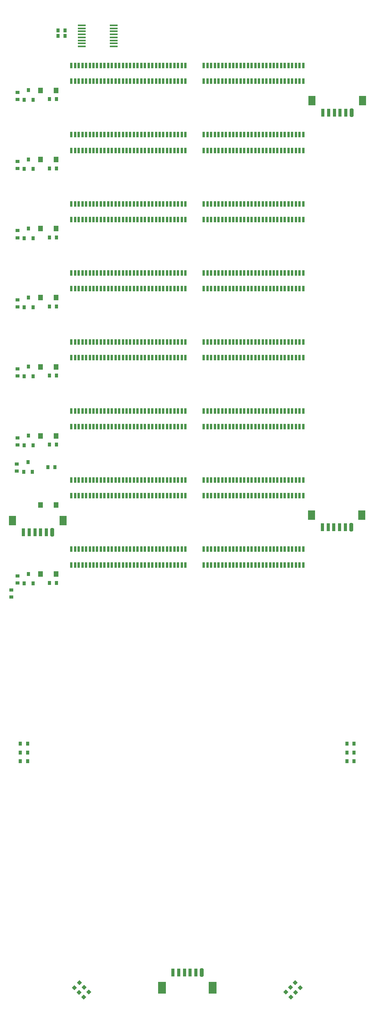
<source format=gtp>
G04*
G04 #@! TF.GenerationSoftware,Altium Limited,Altium Designer,20.1.14 (287)*
G04*
G04 Layer_Color=8421504*
%FSLAX25Y25*%
%MOIN*%
G70*
G04*
G04 #@! TF.SameCoordinates,0DD39981-5369-47EA-9149-94963EAFD3A8*
G04*
G04*
G04 #@! TF.FilePolarity,Positive*
G04*
G01*
G75*
G04:AMPARAMS|DCode=21|XSize=29.78mil|YSize=32mil|CornerRadius=0mil|HoleSize=0mil|Usage=FLASHONLY|Rotation=135.000|XOffset=0mil|YOffset=0mil|HoleType=Round|Shape=Rectangle|*
%AMROTATEDRECTD21*
4,1,4,0.02184,0.00079,-0.00079,-0.02184,-0.02184,-0.00079,0.00079,0.02184,0.02184,0.00079,0.0*
%
%ADD21ROTATEDRECTD21*%

G04:AMPARAMS|DCode=22|XSize=29.78mil|YSize=32mil|CornerRadius=0mil|HoleSize=0mil|Usage=FLASHONLY|Rotation=45.000|XOffset=0mil|YOffset=0mil|HoleType=Round|Shape=Rectangle|*
%AMROTATEDRECTD22*
4,1,4,0.00079,-0.02184,-0.02184,0.00079,-0.00079,0.02184,0.02184,-0.00079,0.00079,-0.02184,0.0*
%
%ADD22ROTATEDRECTD22*%

%ADD23R,0.02978X0.03200*%
%ADD24R,0.03150X0.07087*%
G04:AMPARAMS|DCode=25|XSize=31.5mil|YSize=70.87mil|CornerRadius=7.87mil|HoleSize=0mil|Usage=FLASHONLY|Rotation=180.000|XOffset=0mil|YOffset=0mil|HoleType=Round|Shape=RoundedRectangle|*
%AMROUNDEDRECTD25*
21,1,0.03150,0.05512,0,0,180.0*
21,1,0.01575,0.07087,0,0,180.0*
1,1,0.01575,-0.00787,0.02756*
1,1,0.01575,0.00787,0.02756*
1,1,0.01575,0.00787,-0.02756*
1,1,0.01575,-0.00787,-0.02756*
%
%ADD25ROUNDEDRECTD25*%
%ADD26R,0.07087X0.10236*%
%ADD27R,0.01968X0.04724*%
%ADD28R,0.03200X0.02978*%
%ADD29R,0.06500X0.01700*%
%ADD30R,0.06299X0.07874*%
%ADD31R,0.03937X0.04724*%
%ADD32R,0.03150X0.03543*%
D21*
X88402Y-289190D02*
D03*
X92700Y-293488D02*
D03*
X92339Y-285253D02*
D03*
X96637Y-289550D02*
D03*
X88763Y-297425D02*
D03*
X84465Y-293127D02*
D03*
D22*
X-88402Y-289190D02*
D03*
X-92700Y-293488D02*
D03*
X-92339Y-285253D02*
D03*
X-96637Y-289550D02*
D03*
X-88763Y-297425D02*
D03*
X-84465Y-293127D02*
D03*
D23*
X-136725Y-80709D02*
D03*
X-142803D02*
D03*
X136725D02*
D03*
X142803D02*
D03*
Y-88583D02*
D03*
X136725D02*
D03*
X142803Y-95866D02*
D03*
X136725D02*
D03*
X-142803Y-88583D02*
D03*
X-136725D02*
D03*
X-142803Y-95866D02*
D03*
X-136725D02*
D03*
X-117999Y56693D02*
D03*
X-111921D02*
D03*
X-113299Y155413D02*
D03*
X-119377D02*
D03*
X-117999Y174803D02*
D03*
X-111921D02*
D03*
Y233858D02*
D03*
X-117999D02*
D03*
X-117999Y292913D02*
D03*
X-111921D02*
D03*
X-111922Y351966D02*
D03*
X-118000D02*
D03*
Y411021D02*
D03*
X-111922D02*
D03*
Y470076D02*
D03*
X-118000D02*
D03*
X-104539Y524311D02*
D03*
X-110617D02*
D03*
X-110617Y528839D02*
D03*
X-104539D02*
D03*
D24*
X-12303Y-276358D02*
D03*
X2461D02*
D03*
X-2461D02*
D03*
X7382D02*
D03*
X-7382D02*
D03*
X-140255Y99803D02*
D03*
X-130413D02*
D03*
X-125492D02*
D03*
X-135334D02*
D03*
X-120571D02*
D03*
X135729Y458661D02*
D03*
X120965D02*
D03*
X130807D02*
D03*
X125886D02*
D03*
X116044D02*
D03*
X115650Y104331D02*
D03*
X125493D02*
D03*
X130414D02*
D03*
X120571D02*
D03*
X135335D02*
D03*
D25*
X12303Y-276358D02*
D03*
X-115649Y99803D02*
D03*
X140650Y458661D02*
D03*
X140256Y104331D02*
D03*
D26*
X21555Y-289350D02*
D03*
X-21555D02*
D03*
D27*
X99213Y85433D02*
D03*
Y72047D02*
D03*
X96064Y85433D02*
D03*
Y72047D02*
D03*
X92914Y85433D02*
D03*
Y72047D02*
D03*
X89765Y85433D02*
D03*
Y72047D02*
D03*
X86615Y85433D02*
D03*
Y72047D02*
D03*
X83465Y85433D02*
D03*
Y72047D02*
D03*
X80316Y85433D02*
D03*
Y72047D02*
D03*
X77166Y85433D02*
D03*
Y72047D02*
D03*
X74016Y85433D02*
D03*
Y72047D02*
D03*
X70867Y85433D02*
D03*
Y72047D02*
D03*
X67717Y85433D02*
D03*
Y72047D02*
D03*
X64568Y85433D02*
D03*
Y72047D02*
D03*
X61418Y85433D02*
D03*
Y72047D02*
D03*
X58268Y85433D02*
D03*
Y72047D02*
D03*
X55119Y85433D02*
D03*
Y72047D02*
D03*
X51969Y85433D02*
D03*
Y72047D02*
D03*
X48820Y85433D02*
D03*
Y72047D02*
D03*
X45670Y85433D02*
D03*
Y72047D02*
D03*
X42520Y85433D02*
D03*
Y72047D02*
D03*
X39371Y85433D02*
D03*
Y72047D02*
D03*
X36221Y85433D02*
D03*
Y72047D02*
D03*
X33072Y85433D02*
D03*
Y72047D02*
D03*
X29922Y85433D02*
D03*
Y72047D02*
D03*
X26772Y85433D02*
D03*
Y72047D02*
D03*
X23623Y85433D02*
D03*
Y72047D02*
D03*
X20473Y85433D02*
D03*
Y72047D02*
D03*
X17324Y85433D02*
D03*
Y72047D02*
D03*
X14174Y85433D02*
D03*
Y72047D02*
D03*
X-1574Y85433D02*
D03*
Y72047D02*
D03*
X-4724Y85433D02*
D03*
Y72047D02*
D03*
X-7873Y85433D02*
D03*
Y72047D02*
D03*
X-11023Y85433D02*
D03*
Y72047D02*
D03*
X-14173Y85433D02*
D03*
Y72047D02*
D03*
X-17322Y85433D02*
D03*
Y72047D02*
D03*
X-20472Y85433D02*
D03*
Y72047D02*
D03*
X-23621Y85433D02*
D03*
Y72047D02*
D03*
X-26771Y85433D02*
D03*
Y72047D02*
D03*
X-29921Y85433D02*
D03*
Y72047D02*
D03*
X-33070Y85433D02*
D03*
Y72047D02*
D03*
X-36220Y85433D02*
D03*
Y72047D02*
D03*
X-39369Y85433D02*
D03*
Y72047D02*
D03*
X-42519Y85433D02*
D03*
Y72047D02*
D03*
X-45669Y85433D02*
D03*
Y72047D02*
D03*
X-48818Y85433D02*
D03*
Y72047D02*
D03*
X-51968Y85433D02*
D03*
Y72047D02*
D03*
X-55117Y85433D02*
D03*
Y72047D02*
D03*
X-58267Y85433D02*
D03*
Y72047D02*
D03*
X-61417Y85433D02*
D03*
Y72047D02*
D03*
X-64566Y85433D02*
D03*
Y72047D02*
D03*
X-67716Y85433D02*
D03*
Y72047D02*
D03*
X-70865Y85433D02*
D03*
Y72047D02*
D03*
X-74015Y85433D02*
D03*
Y72047D02*
D03*
X-77165Y85433D02*
D03*
Y72047D02*
D03*
X-80314Y85433D02*
D03*
Y72047D02*
D03*
X-83464Y85433D02*
D03*
Y72047D02*
D03*
X-86613Y85433D02*
D03*
Y72047D02*
D03*
X-89763Y85433D02*
D03*
Y72047D02*
D03*
X-92913Y85433D02*
D03*
Y72047D02*
D03*
X-96062Y85433D02*
D03*
Y72047D02*
D03*
X-99212Y85433D02*
D03*
Y72047D02*
D03*
X-99211Y249213D02*
D03*
Y262598D02*
D03*
X-96062Y249213D02*
D03*
Y262598D02*
D03*
X-92912Y249213D02*
D03*
Y262598D02*
D03*
X-89763Y249213D02*
D03*
Y262598D02*
D03*
X-86613Y249213D02*
D03*
Y262598D02*
D03*
X-83463Y249213D02*
D03*
Y262598D02*
D03*
X-80314Y249213D02*
D03*
Y262598D02*
D03*
X-77164Y249213D02*
D03*
Y262598D02*
D03*
X-74015Y249213D02*
D03*
Y262598D02*
D03*
X-70865Y249213D02*
D03*
Y262598D02*
D03*
X-67715Y249213D02*
D03*
Y262598D02*
D03*
X-64566Y249213D02*
D03*
Y262598D02*
D03*
X-61416Y249213D02*
D03*
Y262598D02*
D03*
X-58267Y249213D02*
D03*
Y262598D02*
D03*
X-55117Y249213D02*
D03*
Y262598D02*
D03*
X-51967Y249213D02*
D03*
Y262598D02*
D03*
X-48818Y249213D02*
D03*
Y262598D02*
D03*
X-45668Y249213D02*
D03*
Y262598D02*
D03*
X-42518Y249213D02*
D03*
Y262598D02*
D03*
X-39369Y249213D02*
D03*
Y262598D02*
D03*
X-36219Y249213D02*
D03*
Y262598D02*
D03*
X-33070Y249213D02*
D03*
Y262598D02*
D03*
X-29920Y249213D02*
D03*
Y262598D02*
D03*
X-26770Y249213D02*
D03*
Y262598D02*
D03*
X-23621Y249213D02*
D03*
Y262598D02*
D03*
X-20471Y249213D02*
D03*
Y262598D02*
D03*
X-17322Y249213D02*
D03*
Y262598D02*
D03*
X-14172Y249213D02*
D03*
Y262598D02*
D03*
X-11022Y249213D02*
D03*
Y262598D02*
D03*
X-7873Y249213D02*
D03*
Y262598D02*
D03*
X-4723Y249213D02*
D03*
Y262598D02*
D03*
X-1574Y249213D02*
D03*
Y262598D02*
D03*
X14174Y249213D02*
D03*
Y262598D02*
D03*
X17324Y249213D02*
D03*
Y262598D02*
D03*
X20474Y249213D02*
D03*
Y262598D02*
D03*
X23623Y249213D02*
D03*
Y262598D02*
D03*
X26773Y249213D02*
D03*
Y262598D02*
D03*
X29922Y249213D02*
D03*
Y262598D02*
D03*
X33072Y249213D02*
D03*
Y262598D02*
D03*
X36222Y249213D02*
D03*
Y262598D02*
D03*
X39371Y249213D02*
D03*
Y262598D02*
D03*
X42521Y249213D02*
D03*
Y262598D02*
D03*
X45671Y249213D02*
D03*
Y262598D02*
D03*
X48820Y249213D02*
D03*
Y262598D02*
D03*
X51970Y249213D02*
D03*
Y262598D02*
D03*
X55119Y249213D02*
D03*
Y262598D02*
D03*
X58269Y249213D02*
D03*
Y262598D02*
D03*
X61418Y249213D02*
D03*
Y262598D02*
D03*
X64568Y249213D02*
D03*
Y262598D02*
D03*
X67718Y249213D02*
D03*
Y262598D02*
D03*
X70867Y249213D02*
D03*
Y262598D02*
D03*
X74017Y249213D02*
D03*
Y262598D02*
D03*
X77166Y249213D02*
D03*
Y262598D02*
D03*
X80316Y249213D02*
D03*
Y262598D02*
D03*
X83466Y249213D02*
D03*
Y262598D02*
D03*
X86615Y249213D02*
D03*
Y262598D02*
D03*
X89765Y249213D02*
D03*
Y262598D02*
D03*
X92914Y249213D02*
D03*
Y262598D02*
D03*
X96064Y249213D02*
D03*
Y262598D02*
D03*
X99214Y249213D02*
D03*
Y262598D02*
D03*
X99213Y321654D02*
D03*
Y308268D02*
D03*
X96064Y321654D02*
D03*
Y308268D02*
D03*
X92914Y321654D02*
D03*
Y308268D02*
D03*
X89765Y321654D02*
D03*
Y308268D02*
D03*
X86615Y321654D02*
D03*
Y308268D02*
D03*
X83465Y321654D02*
D03*
Y308268D02*
D03*
X80316Y321654D02*
D03*
Y308268D02*
D03*
X77166Y321654D02*
D03*
Y308268D02*
D03*
X74016Y321654D02*
D03*
Y308268D02*
D03*
X70867Y321654D02*
D03*
Y308268D02*
D03*
X67717Y321654D02*
D03*
Y308268D02*
D03*
X64568Y321654D02*
D03*
Y308268D02*
D03*
X61418Y321654D02*
D03*
Y308268D02*
D03*
X58268Y321654D02*
D03*
Y308268D02*
D03*
X55119Y321654D02*
D03*
Y308268D02*
D03*
X51969Y321654D02*
D03*
Y308268D02*
D03*
X48820Y321654D02*
D03*
Y308268D02*
D03*
X45670Y321654D02*
D03*
Y308268D02*
D03*
X42520Y321654D02*
D03*
Y308268D02*
D03*
X39371Y321654D02*
D03*
Y308268D02*
D03*
X36221Y321654D02*
D03*
Y308268D02*
D03*
X33072Y321654D02*
D03*
Y308268D02*
D03*
X29922Y321654D02*
D03*
Y308268D02*
D03*
X26772Y321654D02*
D03*
Y308268D02*
D03*
X23623Y321654D02*
D03*
Y308268D02*
D03*
X20473Y321654D02*
D03*
Y308268D02*
D03*
X17324Y321654D02*
D03*
Y308268D02*
D03*
X14174Y321654D02*
D03*
Y308268D02*
D03*
X-1574Y321654D02*
D03*
Y308268D02*
D03*
X-4724Y321654D02*
D03*
Y308268D02*
D03*
X-7873Y321654D02*
D03*
Y308268D02*
D03*
X-11023Y321654D02*
D03*
Y308268D02*
D03*
X-14173Y321654D02*
D03*
Y308268D02*
D03*
X-17322Y321654D02*
D03*
Y308268D02*
D03*
X-20472Y321654D02*
D03*
Y308268D02*
D03*
X-23621Y321654D02*
D03*
Y308268D02*
D03*
X-26771Y321654D02*
D03*
Y308268D02*
D03*
X-29921Y321654D02*
D03*
Y308268D02*
D03*
X-33070Y321654D02*
D03*
Y308268D02*
D03*
X-36220Y321654D02*
D03*
Y308268D02*
D03*
X-39369Y321654D02*
D03*
Y308268D02*
D03*
X-42519Y321654D02*
D03*
Y308268D02*
D03*
X-45669Y321654D02*
D03*
Y308268D02*
D03*
X-48818Y321654D02*
D03*
Y308268D02*
D03*
X-51968Y321654D02*
D03*
Y308268D02*
D03*
X-55117Y321654D02*
D03*
Y308268D02*
D03*
X-58267Y321654D02*
D03*
Y308268D02*
D03*
X-61417Y321654D02*
D03*
Y308268D02*
D03*
X-64566Y321654D02*
D03*
Y308268D02*
D03*
X-67716Y321654D02*
D03*
Y308268D02*
D03*
X-70865Y321654D02*
D03*
Y308268D02*
D03*
X-74015Y321654D02*
D03*
Y308268D02*
D03*
X-77165Y321654D02*
D03*
Y308268D02*
D03*
X-80314Y321654D02*
D03*
Y308268D02*
D03*
X-83464Y321654D02*
D03*
Y308268D02*
D03*
X-86613Y321654D02*
D03*
Y308268D02*
D03*
X-89763Y321654D02*
D03*
Y308268D02*
D03*
X-92913Y321654D02*
D03*
Y308268D02*
D03*
X-96062Y321654D02*
D03*
Y308268D02*
D03*
X-99212Y321654D02*
D03*
Y308268D02*
D03*
X-99213Y367320D02*
D03*
Y380706D02*
D03*
X-96063Y367320D02*
D03*
Y380706D02*
D03*
X-92913Y367320D02*
D03*
Y380706D02*
D03*
X-89764Y367320D02*
D03*
Y380706D02*
D03*
X-86614Y367320D02*
D03*
Y380706D02*
D03*
X-83465Y367320D02*
D03*
Y380706D02*
D03*
X-80315Y367320D02*
D03*
Y380706D02*
D03*
X-77165Y367320D02*
D03*
Y380706D02*
D03*
X-74016Y367320D02*
D03*
Y380706D02*
D03*
X-70866Y367320D02*
D03*
Y380706D02*
D03*
X-67717Y367320D02*
D03*
Y380706D02*
D03*
X-64567Y367320D02*
D03*
Y380706D02*
D03*
X-61417Y367320D02*
D03*
Y380706D02*
D03*
X-58268Y367320D02*
D03*
Y380706D02*
D03*
X-55118Y367320D02*
D03*
Y380706D02*
D03*
X-51969Y367320D02*
D03*
Y380706D02*
D03*
X-48819Y367320D02*
D03*
Y380706D02*
D03*
X-45669Y367320D02*
D03*
Y380706D02*
D03*
X-42520Y367320D02*
D03*
Y380706D02*
D03*
X-39370Y367320D02*
D03*
Y380706D02*
D03*
X-36220Y367320D02*
D03*
Y380706D02*
D03*
X-33071Y367320D02*
D03*
Y380706D02*
D03*
X-29921Y367320D02*
D03*
Y380706D02*
D03*
X-26772Y367320D02*
D03*
Y380706D02*
D03*
X-23622Y367320D02*
D03*
Y380706D02*
D03*
X-20472Y367320D02*
D03*
Y380706D02*
D03*
X-17323Y367320D02*
D03*
Y380706D02*
D03*
X-14173Y367320D02*
D03*
Y380706D02*
D03*
X-11024Y367320D02*
D03*
Y380706D02*
D03*
X-7874Y367320D02*
D03*
Y380706D02*
D03*
X-4724Y367320D02*
D03*
Y380706D02*
D03*
X-1575Y367320D02*
D03*
Y380706D02*
D03*
X14173Y367320D02*
D03*
Y380706D02*
D03*
X17323Y367320D02*
D03*
Y380706D02*
D03*
X20472Y367320D02*
D03*
Y380706D02*
D03*
X23622Y367320D02*
D03*
Y380706D02*
D03*
X26772Y367320D02*
D03*
Y380706D02*
D03*
X29921Y367320D02*
D03*
Y380706D02*
D03*
X33071Y367320D02*
D03*
Y380706D02*
D03*
X36220Y367320D02*
D03*
Y380706D02*
D03*
X39370Y367320D02*
D03*
Y380706D02*
D03*
X42520Y367320D02*
D03*
Y380706D02*
D03*
X45669Y367320D02*
D03*
Y380706D02*
D03*
X48819Y367320D02*
D03*
Y380706D02*
D03*
X51968Y367320D02*
D03*
Y380706D02*
D03*
X55118Y367320D02*
D03*
Y380706D02*
D03*
X58268Y367320D02*
D03*
Y380706D02*
D03*
X61417Y367320D02*
D03*
Y380706D02*
D03*
X64567Y367320D02*
D03*
Y380706D02*
D03*
X67716Y367320D02*
D03*
Y380706D02*
D03*
X70866Y367320D02*
D03*
Y380706D02*
D03*
X74016Y367320D02*
D03*
Y380706D02*
D03*
X77165Y367320D02*
D03*
Y380706D02*
D03*
X80315Y367320D02*
D03*
Y380706D02*
D03*
X83464Y367320D02*
D03*
Y380706D02*
D03*
X86614Y367320D02*
D03*
Y380706D02*
D03*
X89764Y367320D02*
D03*
Y380706D02*
D03*
X92913Y367320D02*
D03*
Y380706D02*
D03*
X96063Y367320D02*
D03*
Y380706D02*
D03*
X99212Y367320D02*
D03*
Y380706D02*
D03*
Y439761D02*
D03*
Y426375D02*
D03*
X96063Y439761D02*
D03*
Y426375D02*
D03*
X92913Y439761D02*
D03*
Y426375D02*
D03*
X89764Y439761D02*
D03*
Y426375D02*
D03*
X86614Y439761D02*
D03*
Y426375D02*
D03*
X83464Y439761D02*
D03*
Y426375D02*
D03*
X80315Y439761D02*
D03*
Y426375D02*
D03*
X77165Y439761D02*
D03*
Y426375D02*
D03*
X74016Y439761D02*
D03*
Y426375D02*
D03*
X70866Y439761D02*
D03*
Y426375D02*
D03*
X67716Y439761D02*
D03*
Y426375D02*
D03*
X64567Y439761D02*
D03*
Y426375D02*
D03*
X61417Y439761D02*
D03*
Y426375D02*
D03*
X58268Y439761D02*
D03*
Y426375D02*
D03*
X55118Y439761D02*
D03*
Y426375D02*
D03*
X51968Y439761D02*
D03*
Y426375D02*
D03*
X48819Y439761D02*
D03*
Y426375D02*
D03*
X45669Y439761D02*
D03*
Y426375D02*
D03*
X42520Y439761D02*
D03*
Y426375D02*
D03*
X39370Y439761D02*
D03*
Y426375D02*
D03*
X36220Y439761D02*
D03*
Y426375D02*
D03*
X33071Y439761D02*
D03*
Y426375D02*
D03*
X29921Y439761D02*
D03*
Y426375D02*
D03*
X26772Y439761D02*
D03*
Y426375D02*
D03*
X23622Y439761D02*
D03*
Y426375D02*
D03*
X20472Y439761D02*
D03*
Y426375D02*
D03*
X17323Y439761D02*
D03*
Y426375D02*
D03*
X14173Y439761D02*
D03*
Y426375D02*
D03*
X-1575Y439761D02*
D03*
Y426375D02*
D03*
X-4724Y439761D02*
D03*
Y426375D02*
D03*
X-7874Y439761D02*
D03*
Y426375D02*
D03*
X-11024Y439761D02*
D03*
Y426375D02*
D03*
X-14173Y439761D02*
D03*
Y426375D02*
D03*
X-17323Y439761D02*
D03*
Y426375D02*
D03*
X-20472Y439761D02*
D03*
Y426375D02*
D03*
X-23622Y439761D02*
D03*
Y426375D02*
D03*
X-26772Y439761D02*
D03*
Y426375D02*
D03*
X-29921Y439761D02*
D03*
Y426375D02*
D03*
X-33071Y439761D02*
D03*
Y426375D02*
D03*
X-36220Y439761D02*
D03*
Y426375D02*
D03*
X-39370Y439761D02*
D03*
Y426375D02*
D03*
X-42520Y439761D02*
D03*
Y426375D02*
D03*
X-45669Y439761D02*
D03*
Y426375D02*
D03*
X-48819Y439761D02*
D03*
Y426375D02*
D03*
X-51969Y439761D02*
D03*
Y426375D02*
D03*
X-55118Y439761D02*
D03*
Y426375D02*
D03*
X-58268Y439761D02*
D03*
Y426375D02*
D03*
X-61417Y439761D02*
D03*
Y426375D02*
D03*
X-64567Y439761D02*
D03*
Y426375D02*
D03*
X-67717Y439761D02*
D03*
Y426375D02*
D03*
X-70866Y439761D02*
D03*
Y426375D02*
D03*
X-74016Y439761D02*
D03*
Y426375D02*
D03*
X-77165Y439761D02*
D03*
Y426375D02*
D03*
X-80315Y439761D02*
D03*
Y426375D02*
D03*
X-83465Y439761D02*
D03*
Y426375D02*
D03*
X-86614Y439761D02*
D03*
Y426375D02*
D03*
X-89764Y439761D02*
D03*
Y426375D02*
D03*
X-92913Y439761D02*
D03*
Y426375D02*
D03*
X-96063Y439761D02*
D03*
Y426375D02*
D03*
X-99213Y439761D02*
D03*
Y426375D02*
D03*
Y485431D02*
D03*
Y498816D02*
D03*
X-96063Y485431D02*
D03*
Y498816D02*
D03*
X-92913Y485431D02*
D03*
Y498816D02*
D03*
X-89764Y485431D02*
D03*
Y498816D02*
D03*
X-86614Y485431D02*
D03*
Y498816D02*
D03*
X-83465Y485431D02*
D03*
Y498816D02*
D03*
X-80315Y485431D02*
D03*
Y498816D02*
D03*
X-77165Y485431D02*
D03*
Y498816D02*
D03*
X-74016Y485431D02*
D03*
Y498816D02*
D03*
X-70866Y485431D02*
D03*
Y498816D02*
D03*
X-67717Y485431D02*
D03*
Y498816D02*
D03*
X-64567Y485431D02*
D03*
Y498816D02*
D03*
X-61417Y485431D02*
D03*
Y498816D02*
D03*
X-58268Y485431D02*
D03*
Y498816D02*
D03*
X-55118Y485431D02*
D03*
Y498816D02*
D03*
X-51969Y485431D02*
D03*
Y498816D02*
D03*
X-48819Y485431D02*
D03*
Y498816D02*
D03*
X-45669Y485431D02*
D03*
Y498816D02*
D03*
X-42520Y485431D02*
D03*
Y498816D02*
D03*
X-39370Y485431D02*
D03*
Y498816D02*
D03*
X-36220Y485431D02*
D03*
Y498816D02*
D03*
X-33071Y485431D02*
D03*
Y498816D02*
D03*
X-29921Y485431D02*
D03*
Y498816D02*
D03*
X-26772Y485431D02*
D03*
Y498816D02*
D03*
X-23622Y485431D02*
D03*
Y498816D02*
D03*
X-20472Y485431D02*
D03*
Y498816D02*
D03*
X-17323Y485431D02*
D03*
Y498816D02*
D03*
X-14173Y485431D02*
D03*
Y498816D02*
D03*
X-11024Y485431D02*
D03*
Y498816D02*
D03*
X-7874Y485431D02*
D03*
Y498816D02*
D03*
X-4724Y485431D02*
D03*
Y498816D02*
D03*
X-1575Y485431D02*
D03*
Y498816D02*
D03*
X14173Y485431D02*
D03*
Y498816D02*
D03*
X17323Y485431D02*
D03*
Y498816D02*
D03*
X20472Y485431D02*
D03*
Y498816D02*
D03*
X23622Y485431D02*
D03*
Y498816D02*
D03*
X26772Y485431D02*
D03*
Y498816D02*
D03*
X29921Y485431D02*
D03*
Y498816D02*
D03*
X33071Y485431D02*
D03*
Y498816D02*
D03*
X36220Y485431D02*
D03*
Y498816D02*
D03*
X39370Y485431D02*
D03*
Y498816D02*
D03*
X42520Y485431D02*
D03*
Y498816D02*
D03*
X45669Y485431D02*
D03*
Y498816D02*
D03*
X48819Y485431D02*
D03*
Y498816D02*
D03*
X51968Y485431D02*
D03*
Y498816D02*
D03*
X55118Y485431D02*
D03*
Y498816D02*
D03*
X58268Y485431D02*
D03*
Y498816D02*
D03*
X61417Y485431D02*
D03*
Y498816D02*
D03*
X64567Y485431D02*
D03*
Y498816D02*
D03*
X67716Y485431D02*
D03*
Y498816D02*
D03*
X70866Y485431D02*
D03*
Y498816D02*
D03*
X74016Y485431D02*
D03*
Y498816D02*
D03*
X77165Y485431D02*
D03*
Y498816D02*
D03*
X80315Y485431D02*
D03*
Y498816D02*
D03*
X83464Y485431D02*
D03*
Y498816D02*
D03*
X86614Y485431D02*
D03*
Y498816D02*
D03*
X89764Y485431D02*
D03*
Y498816D02*
D03*
X92913Y485431D02*
D03*
Y498816D02*
D03*
X96063Y485431D02*
D03*
Y498816D02*
D03*
X99212Y485431D02*
D03*
Y498816D02*
D03*
X99212Y203542D02*
D03*
Y190156D02*
D03*
X96062Y203542D02*
D03*
Y190156D02*
D03*
X92913Y203542D02*
D03*
Y190156D02*
D03*
X89763Y203542D02*
D03*
Y190156D02*
D03*
X86614Y203542D02*
D03*
Y190156D02*
D03*
X83464Y203542D02*
D03*
Y190156D02*
D03*
X80314Y203542D02*
D03*
Y190156D02*
D03*
X77165Y203542D02*
D03*
Y190156D02*
D03*
X74015Y203542D02*
D03*
Y190156D02*
D03*
X70866Y203542D02*
D03*
Y190156D02*
D03*
X67716Y203542D02*
D03*
Y190156D02*
D03*
X64566Y203542D02*
D03*
Y190156D02*
D03*
X61417Y203542D02*
D03*
Y190156D02*
D03*
X58267Y203542D02*
D03*
Y190156D02*
D03*
X55118Y203542D02*
D03*
Y190156D02*
D03*
X51968Y203542D02*
D03*
Y190156D02*
D03*
X48818Y203542D02*
D03*
Y190156D02*
D03*
X45669Y203542D02*
D03*
Y190156D02*
D03*
X42519Y203542D02*
D03*
Y190156D02*
D03*
X39370Y203542D02*
D03*
Y190156D02*
D03*
X36220Y203542D02*
D03*
Y190156D02*
D03*
X33070Y203542D02*
D03*
Y190156D02*
D03*
X29921Y203542D02*
D03*
Y190156D02*
D03*
X26771Y203542D02*
D03*
Y190156D02*
D03*
X23621Y203542D02*
D03*
Y190156D02*
D03*
X20472Y203542D02*
D03*
Y190156D02*
D03*
X17322Y203542D02*
D03*
Y190156D02*
D03*
X14173Y203542D02*
D03*
Y190156D02*
D03*
X-1575Y203542D02*
D03*
Y190156D02*
D03*
X-4725Y203542D02*
D03*
Y190156D02*
D03*
X-7875Y203542D02*
D03*
Y190156D02*
D03*
X-11024Y203542D02*
D03*
Y190156D02*
D03*
X-14174Y203542D02*
D03*
Y190156D02*
D03*
X-17323Y203542D02*
D03*
Y190156D02*
D03*
X-20473Y203542D02*
D03*
Y190156D02*
D03*
X-23623Y203542D02*
D03*
Y190156D02*
D03*
X-26772Y203542D02*
D03*
Y190156D02*
D03*
X-29922Y203542D02*
D03*
Y190156D02*
D03*
X-33071Y203542D02*
D03*
Y190156D02*
D03*
X-36221Y203542D02*
D03*
Y190156D02*
D03*
X-39371Y203542D02*
D03*
Y190156D02*
D03*
X-42520Y203542D02*
D03*
Y190156D02*
D03*
X-45670Y203542D02*
D03*
Y190156D02*
D03*
X-48819Y203542D02*
D03*
Y190156D02*
D03*
X-51969Y203542D02*
D03*
Y190156D02*
D03*
X-55119Y203542D02*
D03*
Y190156D02*
D03*
X-58268Y203542D02*
D03*
Y190156D02*
D03*
X-61418Y203542D02*
D03*
Y190156D02*
D03*
X-64567Y203542D02*
D03*
Y190156D02*
D03*
X-67717Y203542D02*
D03*
Y190156D02*
D03*
X-70867Y203542D02*
D03*
Y190156D02*
D03*
X-74016Y203542D02*
D03*
Y190156D02*
D03*
X-77166Y203542D02*
D03*
Y190156D02*
D03*
X-80316Y203542D02*
D03*
Y190156D02*
D03*
X-83465Y203542D02*
D03*
Y190156D02*
D03*
X-86615Y203542D02*
D03*
Y190156D02*
D03*
X-89764Y203542D02*
D03*
Y190156D02*
D03*
X-92914Y203542D02*
D03*
Y190156D02*
D03*
X-96064Y203542D02*
D03*
Y190156D02*
D03*
X-99213Y203542D02*
D03*
Y190156D02*
D03*
X-99211Y131102D02*
D03*
Y144488D02*
D03*
X-96062Y131102D02*
D03*
Y144488D02*
D03*
X-92912Y131102D02*
D03*
Y144488D02*
D03*
X-89763Y131102D02*
D03*
Y144488D02*
D03*
X-86613Y131102D02*
D03*
Y144488D02*
D03*
X-83463Y131102D02*
D03*
Y144488D02*
D03*
X-80314Y131102D02*
D03*
Y144488D02*
D03*
X-77164Y131102D02*
D03*
Y144488D02*
D03*
X-74015Y131102D02*
D03*
Y144488D02*
D03*
X-70865Y131102D02*
D03*
Y144488D02*
D03*
X-67715Y131102D02*
D03*
Y144488D02*
D03*
X-64566Y131102D02*
D03*
Y144488D02*
D03*
X-61416Y131102D02*
D03*
Y144488D02*
D03*
X-58267Y131102D02*
D03*
Y144488D02*
D03*
X-55117Y131102D02*
D03*
Y144488D02*
D03*
X-51967Y131102D02*
D03*
Y144488D02*
D03*
X-48818Y131102D02*
D03*
Y144488D02*
D03*
X-45668Y131102D02*
D03*
Y144488D02*
D03*
X-42518Y131102D02*
D03*
Y144488D02*
D03*
X-39369Y131102D02*
D03*
Y144488D02*
D03*
X-36219Y131102D02*
D03*
Y144488D02*
D03*
X-33070Y131102D02*
D03*
Y144488D02*
D03*
X-29920Y131102D02*
D03*
Y144488D02*
D03*
X-26770Y131102D02*
D03*
Y144488D02*
D03*
X-23621Y131102D02*
D03*
Y144488D02*
D03*
X-20471Y131102D02*
D03*
Y144488D02*
D03*
X-17322Y131102D02*
D03*
Y144488D02*
D03*
X-14172Y131102D02*
D03*
Y144488D02*
D03*
X-11022Y131102D02*
D03*
Y144488D02*
D03*
X-7873Y131102D02*
D03*
Y144488D02*
D03*
X-4723Y131102D02*
D03*
Y144488D02*
D03*
X-1574Y131102D02*
D03*
Y144488D02*
D03*
X14174Y131102D02*
D03*
Y144488D02*
D03*
X17324Y131102D02*
D03*
Y144488D02*
D03*
X20474Y131102D02*
D03*
Y144488D02*
D03*
X23623Y131102D02*
D03*
Y144488D02*
D03*
X26773Y131102D02*
D03*
Y144488D02*
D03*
X29922Y131102D02*
D03*
Y144488D02*
D03*
X33072Y131102D02*
D03*
Y144488D02*
D03*
X36222Y131102D02*
D03*
Y144488D02*
D03*
X39371Y131102D02*
D03*
Y144488D02*
D03*
X42521Y131102D02*
D03*
Y144488D02*
D03*
X45671Y131102D02*
D03*
Y144488D02*
D03*
X48820Y131102D02*
D03*
Y144488D02*
D03*
X51970Y131102D02*
D03*
Y144488D02*
D03*
X55119Y131102D02*
D03*
Y144488D02*
D03*
X58269Y131102D02*
D03*
Y144488D02*
D03*
X61418Y131102D02*
D03*
Y144488D02*
D03*
X64568Y131102D02*
D03*
Y144488D02*
D03*
X67718Y131102D02*
D03*
Y144488D02*
D03*
X70867Y131102D02*
D03*
Y144488D02*
D03*
X74017Y131102D02*
D03*
Y144488D02*
D03*
X77166Y131102D02*
D03*
Y144488D02*
D03*
X80316Y131102D02*
D03*
Y144488D02*
D03*
X83466Y131102D02*
D03*
Y144488D02*
D03*
X86615Y131102D02*
D03*
Y144488D02*
D03*
X89765Y131102D02*
D03*
Y144488D02*
D03*
X92914Y131102D02*
D03*
Y144488D02*
D03*
X96064Y131102D02*
D03*
Y144488D02*
D03*
X99214Y131102D02*
D03*
Y144488D02*
D03*
D28*
X-150492Y50677D02*
D03*
Y44599D02*
D03*
X-145275Y56410D02*
D03*
Y62488D02*
D03*
X-145964Y158256D02*
D03*
Y152178D02*
D03*
X-145275Y174520D02*
D03*
Y180598D02*
D03*
Y239653D02*
D03*
Y233575D02*
D03*
X-145275Y292630D02*
D03*
Y298708D02*
D03*
X-145276Y357761D02*
D03*
Y351683D02*
D03*
Y410738D02*
D03*
Y416816D02*
D03*
Y475871D02*
D03*
Y469793D02*
D03*
D29*
X-90373Y533169D02*
D03*
Y530610D02*
D03*
Y528051D02*
D03*
Y525492D02*
D03*
Y522933D02*
D03*
Y520374D02*
D03*
Y517815D02*
D03*
Y515256D02*
D03*
X-62973D02*
D03*
Y517815D02*
D03*
Y520374D02*
D03*
Y522933D02*
D03*
Y525492D02*
D03*
Y528051D02*
D03*
Y530610D02*
D03*
Y533169D02*
D03*
D30*
X-149507Y110039D02*
D03*
X-106397D02*
D03*
X149902Y468898D02*
D03*
X106792D02*
D03*
X106398Y114567D02*
D03*
X149508D02*
D03*
D31*
X-112322Y64213D02*
D03*
X-125708D02*
D03*
X-125707Y123268D02*
D03*
X-112322D02*
D03*
Y182323D02*
D03*
X-125707D02*
D03*
Y241378D02*
D03*
X-112322D02*
D03*
X-112322Y300433D02*
D03*
X-125708D02*
D03*
X-125709Y359486D02*
D03*
X-112323D02*
D03*
Y418541D02*
D03*
X-125709D02*
D03*
Y477596D02*
D03*
X-112323D02*
D03*
D32*
X-135827Y477753D02*
D03*
X-132087Y469486D02*
D03*
X-139567D02*
D03*
X-135827Y418698D02*
D03*
X-132087Y410431D02*
D03*
X-139567D02*
D03*
X-135827Y359643D02*
D03*
X-132087Y351376D02*
D03*
X-139567D02*
D03*
X-135826Y300591D02*
D03*
X-132086Y292323D02*
D03*
X-139567D02*
D03*
X-135826Y241535D02*
D03*
X-132086Y233268D02*
D03*
X-139566D02*
D03*
X-135826Y182480D02*
D03*
X-132086Y174213D02*
D03*
X-139566D02*
D03*
X-136220Y159941D02*
D03*
X-132480Y151673D02*
D03*
X-139960D02*
D03*
X-139567Y56102D02*
D03*
X-132086D02*
D03*
X-135826Y64370D02*
D03*
M02*

</source>
